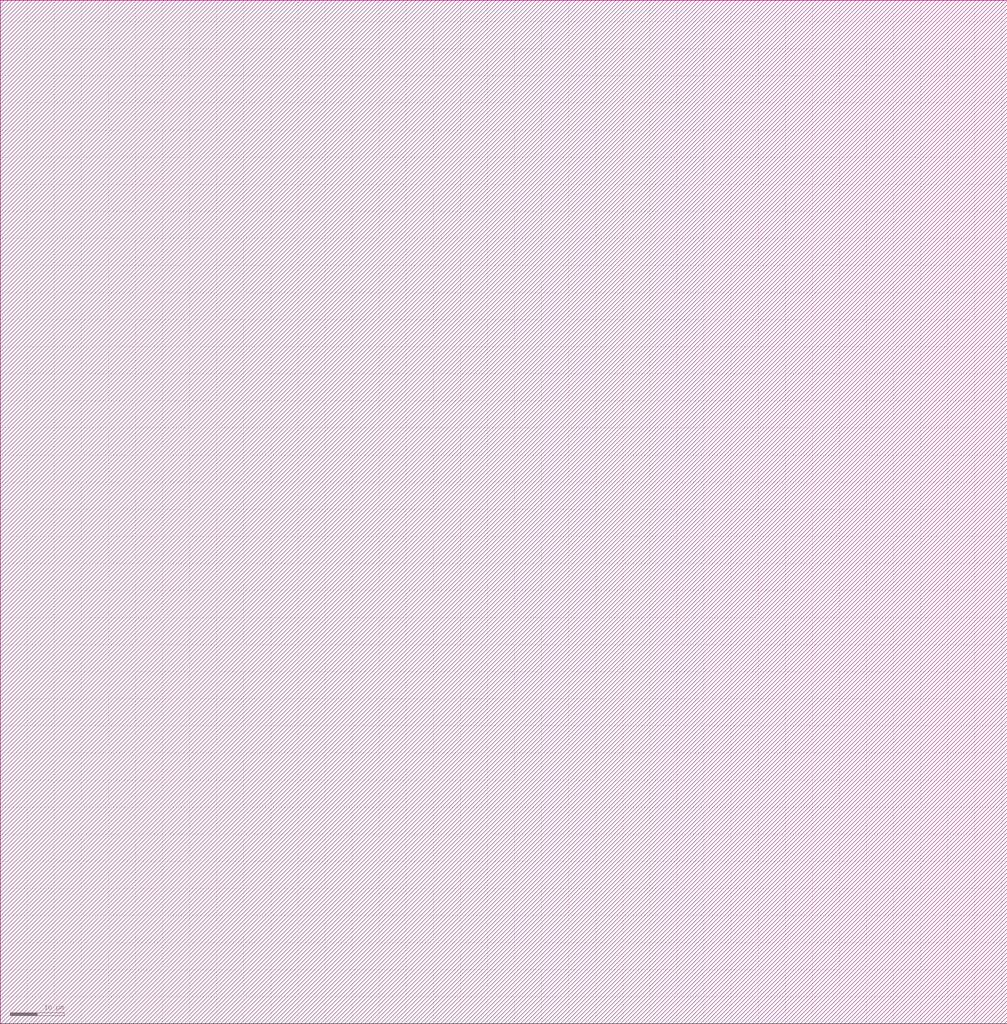
<source format=lef>
VERSION 5.6 ;

BUSBITCHARS "[]" ;

DIVIDERCHAR "/" ;

UNITS
    DATABASE MICRONS 1000 ;
END UNITS

MANUFACTURINGGRID 0.005000 ; 

CLEARANCEMEASURE EUCLIDEAN ; 

USEMINSPACING OBS ON ; 

SITE CoreSite
    CLASS CORE ;
    SIZE 0.600000 BY 0.300000 ;
END CoreSite

LAYER li
   TYPE ROUTING ;
   DIRECTION VERTICAL ;
   MINWIDTH 0.300000 ;
   AREA 0.056250 ;
   WIDTH 0.300000 ;
   SPACINGTABLE
      PARALLELRUNLENGTH 0.0
      WIDTH 0.0 0.225000 ;
   PITCH 0.600000 0.600000 ;
END li

LAYER mcon
    TYPE CUT ;
    SPACING 0.225000 ;
    WIDTH 0.300000 ;
    ENCLOSURE ABOVE 0.075000 0.075000 ;
    ENCLOSURE BELOW 0.000000 0.000000 ;
END mcon

LAYER met1
   TYPE ROUTING ;
   DIRECTION HORIZONTAL ;
   MINWIDTH 0.150000 ;
   AREA 0.084375 ;
   WIDTH 0.150000 ;
   SPACINGTABLE
      PARALLELRUNLENGTH 0.0
      WIDTH 0.0 0.150000 ;
   PITCH 0.300000 0.300000 ;
END met1

LAYER v1
    TYPE CUT ;
    SPACING 0.075000 ;
    WIDTH 0.300000 ;
    ENCLOSURE ABOVE 0.075000 0.075000 ;
    ENCLOSURE BELOW 0.075000 0.075000 ;
END v1

LAYER met2
   TYPE ROUTING ;
   DIRECTION VERTICAL ;
   MINWIDTH 0.150000 ;
   AREA 0.073125 ;
   WIDTH 0.150000 ;
   SPACINGTABLE
      PARALLELRUNLENGTH 0.0
      WIDTH 0.0 0.150000 ;
   PITCH 0.300000 0.300000 ;
END met2

LAYER v2
    TYPE CUT ;
    SPACING 0.150000 ;
    WIDTH 0.300000 ;
    ENCLOSURE ABOVE 0.075000 0.075000 ;
    ENCLOSURE BELOW 0.075000 0.000000 ;
END v2

LAYER met3
   TYPE ROUTING ;
   DIRECTION HORIZONTAL ;
   MINWIDTH 0.300000 ;
   AREA 0.241875 ;
   WIDTH 0.300000 ;
   SPACINGTABLE
      PARALLELRUNLENGTH 0.0
      WIDTH 0.0 0.300000 ;
   PITCH 0.600000 0.600000 ;
END met3

LAYER v3
    TYPE CUT ;
    SPACING 0.150000 ;
    WIDTH 0.450000 ;
    ENCLOSURE ABOVE 0.075000 0.075000 ;
    ENCLOSURE BELOW 0.075000 0.000000 ;
END v3

LAYER met4
   TYPE ROUTING ;
   DIRECTION VERTICAL ;
   MINWIDTH 0.300000 ;
   AREA 0.241875 ;
   WIDTH 0.300000 ;
   SPACINGTABLE
      PARALLELRUNLENGTH 0.0
      WIDTH 0.0 0.300000 ;
   PITCH 0.600000 0.600000 ;
END met4

LAYER v4
    TYPE CUT ;
    SPACING 0.450000 ;
    WIDTH 1.200000 ;
    ENCLOSURE ABOVE 0.150000 0.150000 ;
    ENCLOSURE BELOW 0.000000 0.000000 ;
END v4

LAYER met5
   TYPE ROUTING ;
   DIRECTION HORIZONTAL ;
   MINWIDTH 1.650000 ;
   AREA 4.005000 ;
   WIDTH 1.650000 ;
   SPACINGTABLE
      PARALLELRUNLENGTH 0.0
      WIDTH 0.0 1.650000 ;
   PITCH 3.300000 3.300000 ;
END met5

LAYER OVERLAP
   TYPE OVERLAP ;
END OVERLAP

VIA mcon_C DEFAULT
   LAYER li ;
     RECT -0.150000 -0.150000 0.150000 0.150000 ;
   LAYER mcon ;
     RECT -0.150000 -0.150000 0.150000 0.150000 ;
   LAYER met1 ;
     RECT -0.225000 -0.225000 0.225000 0.225000 ;
END mcon_C

VIA v1_C DEFAULT
   LAYER met1 ;
     RECT -0.225000 -0.225000 0.225000 0.225000 ;
   LAYER v1 ;
     RECT -0.150000 -0.150000 0.150000 0.150000 ;
   LAYER met2 ;
     RECT -0.225000 -0.225000 0.225000 0.225000 ;
END v1_C

VIA v2_C DEFAULT
   LAYER met2 ;
     RECT -0.150000 -0.225000 0.150000 0.225000 ;
   LAYER v2 ;
     RECT -0.150000 -0.150000 0.150000 0.150000 ;
   LAYER met3 ;
     RECT -0.225000 -0.225000 0.225000 0.225000 ;
END v2_C

VIA v2_Ch
   LAYER met2 ;
     RECT -0.225000 -0.150000 0.225000 0.150000 ;
   LAYER v2 ;
     RECT -0.150000 -0.150000 0.150000 0.150000 ;
   LAYER met3 ;
     RECT -0.225000 -0.225000 0.225000 0.225000 ;
END v2_Ch

VIA v2_Cv
   LAYER met2 ;
     RECT -0.150000 -0.225000 0.150000 0.225000 ;
   LAYER v2 ;
     RECT -0.150000 -0.150000 0.150000 0.150000 ;
   LAYER met3 ;
     RECT -0.225000 -0.225000 0.225000 0.225000 ;
END v2_Cv

VIA v3_C DEFAULT
   LAYER met3 ;
     RECT -0.300000 -0.225000 0.300000 0.225000 ;
   LAYER v3 ;
     RECT -0.225000 -0.225000 0.225000 0.225000 ;
   LAYER met4 ;
     RECT -0.300000 -0.300000 0.300000 0.300000 ;
END v3_C

VIA v3_Ch
   LAYER met3 ;
     RECT -0.300000 -0.225000 0.300000 0.225000 ;
   LAYER v3 ;
     RECT -0.225000 -0.225000 0.225000 0.225000 ;
   LAYER met4 ;
     RECT -0.300000 -0.300000 0.300000 0.300000 ;
END v3_Ch

VIA v3_Cv
   LAYER met3 ;
     RECT -0.300000 -0.225000 0.300000 0.225000 ;
   LAYER v3 ;
     RECT -0.225000 -0.225000 0.225000 0.225000 ;
   LAYER met4 ;
     RECT -0.300000 -0.300000 0.300000 0.300000 ;
END v3_Cv

VIA v4_C DEFAULT
   LAYER met4 ;
     RECT -0.600000 -0.600000 0.600000 0.600000 ;
   LAYER v4 ;
     RECT -0.600000 -0.600000 0.600000 0.600000 ;
   LAYER met5 ;
     RECT -0.750000 -0.750000 0.750000 0.750000 ;
END v4_C

MACRO _0_0std_0_0cells_0_0OR2X1
    CLASS CORE ;
    FOREIGN _0_0std_0_0cells_0_0OR2X1 0.000000 0.000000 ;
    ORIGIN 0.000000 0.000000 ;
    SIZE 4.200000 BY 3.900000 ;
    SYMMETRY X Y ;
    SITE CoreSite ;
    PIN A
        DIRECTION INPUT ;
        USE SIGNAL ;
        PORT
        LAYER li ;
        RECT 1.500000 2.850000 1.575000 3.075000 ;
        RECT 1.575000 2.850000 1.800000 3.075000 ;
        RECT 1.800000 3.000000 2.400000 3.075000 ;
        RECT 1.800000 2.850000 2.325000 3.000000 ;
        RECT 2.100000 3.075000 2.400000 3.300000 ;
        END
        ANTENNAGATEAREA 0.236250 ;
    END A
    PIN B
        DIRECTION INPUT ;
        USE SIGNAL ;
        PORT
        LAYER li ;
        RECT 0.300000 3.300000 0.600000 3.600000 ;
        RECT 0.375000 3.075000 0.600000 3.300000 ;
        RECT 0.375000 2.850000 0.825000 3.075000 ;
        RECT 0.825000 2.850000 1.050000 3.075000 ;
        RECT 1.050000 2.850000 1.125000 3.075000 ;
        END
        ANTENNAGATEAREA 0.236250 ;
    END B
    PIN Y
        DIRECTION OUTPUT ;
        USE SIGNAL ;
        PORT
        LAYER li ;
        RECT 2.250000 0.525000 2.475000 0.600000 ;
        RECT 2.250000 1.800000 3.600000 2.025000 ;
        RECT 2.250000 1.725000 2.475000 1.800000 ;
        RECT 2.250000 1.500000 2.475000 1.725000 ;
        RECT 2.250000 0.825000 2.475000 1.500000 ;
        RECT 2.250000 0.600000 2.475000 0.825000 ;
        RECT 3.300000 2.025000 3.600000 2.100000 ;
        END
        ANTENNADIFFAREA 0.393750 ;
    END Y
    PIN Vdd
        DIRECTION INPUT ;
        USE POWER ;
        PORT
        LAYER li ;
        RECT 1.725000 1.950000 1.950000 2.025000 ;
        RECT 1.725000 1.725000 1.950000 1.950000 ;
        RECT 1.725000 1.650000 1.950000 1.725000 ;
        LAYER mcon ;
        RECT 1.725000 1.725000 1.950000 1.950000 ;
        LAYER met1 ;
        RECT 1.650000 1.950000 2.025000 2.025000 ;
        RECT 1.650000 1.725000 1.725000 1.950000 ;
        RECT 1.650000 1.650000 2.025000 1.725000 ;
        RECT 1.725000 1.725000 1.950000 1.950000 ;
        RECT 1.950000 1.725000 2.025000 1.950000 ;
        END
        ANTENNADIFFAREA 0.382500 ;
    END Vdd
    PIN GND
        DIRECTION INPUT ;
        USE GROUND ;
        PORT
        LAYER li ;
        RECT 0.600000 0.525000 0.675000 0.750000 ;
        RECT 0.600000 0.300000 0.975000 0.525000 ;
        RECT 0.675000 0.525000 0.900000 0.750000 ;
        RECT 0.900000 0.525000 0.975000 0.750000 ;
        RECT 1.725000 0.450000 1.950000 0.525000 ;
        RECT 1.725000 0.525000 1.950000 0.750000 ;
        RECT 1.725000 0.750000 1.950000 0.825000 ;
        LAYER mcon ;
        RECT 0.675000 0.525000 0.900000 0.750000 ;
        RECT 1.725000 0.525000 1.950000 0.750000 ;
        LAYER met1 ;
        RECT 0.600000 0.750000 2.025000 0.825000 ;
        RECT 0.600000 0.525000 0.675000 0.750000 ;
        RECT 0.600000 0.450000 2.025000 0.525000 ;
        RECT 0.675000 0.525000 0.900000 0.750000 ;
        RECT 0.900000 0.525000 1.725000 0.750000 ;
        RECT 1.725000 0.525000 1.950000 0.750000 ;
        RECT 1.950000 0.525000 2.025000 0.750000 ;
        END
        ANTENNADIFFAREA 0.337500 ;
    END GND
    OBS
        LAYER li ;
        RECT 0.675000 1.725000 0.900000 1.800000 ;
        RECT 0.675000 1.500000 0.900000 1.725000 ;
        RECT 0.675000 1.275000 0.900000 1.500000 ;
        RECT 0.675000 1.050000 0.900000 1.275000 ;
        RECT 0.675000 0.975000 0.900000 1.050000 ;
        RECT 1.200000 1.275000 1.425000 1.350000 ;
        RECT 1.200000 1.050000 1.425000 1.275000 ;
        RECT 1.200000 0.825000 1.425000 1.050000 ;
        RECT 1.200000 0.600000 1.425000 0.825000 ;
        RECT 1.200000 0.525000 1.425000 0.600000 ;
        RECT 2.775000 1.125000 3.000000 1.200000 ;
        RECT 2.775000 0.900000 3.000000 1.125000 ;
        RECT 2.775000 0.825000 3.000000 0.900000 ;
        LAYER met1 ;
        RECT 0.600000 1.275000 0.975000 1.350000 ;
        RECT 0.600000 1.050000 0.675000 1.275000 ;
        RECT 0.600000 0.975000 0.975000 1.050000 ;
        RECT 0.675000 1.050000 0.900000 1.275000 ;
        RECT 1.125000 1.275000 1.500000 1.350000 ;
        RECT 0.900000 1.125000 1.200000 1.275000 ;
        RECT 0.900000 1.050000 0.975000 1.125000 ;
        RECT 1.125000 0.975000 1.500000 1.050000 ;
        RECT 2.700000 0.900000 2.775000 1.050000 ;
        RECT 2.700000 0.825000 3.075000 0.900000 ;
        RECT 2.775000 0.900000 3.000000 1.125000 ;
        RECT 1.125000 1.050000 1.200000 1.125000 ;
        RECT 3.000000 0.900000 3.075000 1.125000 ;
        RECT 1.200000 1.050000 1.425000 1.275000 ;
        RECT 1.425000 1.200000 1.500000 1.275000 ;
        RECT 1.425000 1.125000 3.075000 1.200000 ;
        RECT 1.425000 1.050000 2.775000 1.125000 ;
    END
END _0_0std_0_0cells_0_0OR2X1

MACRO welltap_svt
    CLASS CORE WELLTAP ;
    FOREIGN welltap_svt 0.000000 0.000000 ;
    ORIGIN 0.000000 0.000000 ;
    SIZE 1.200000 BY 2.100000 ;
    SYMMETRY X Y ;
    SITE CoreSite ;
    PIN Vdd
        DIRECTION INPUT ;
        USE POWER ;
        PORT
        LAYER li ;
        RECT 0.525000 1.725000 0.900000 1.800000 ;
        RECT 0.525000 1.500000 0.600000 1.725000 ;
        RECT 0.525000 1.425000 0.900000 1.500000 ;
        RECT 0.600000 1.500000 0.825000 1.725000 ;
        RECT 0.825000 1.500000 0.900000 1.725000 ;
        LAYER mcon ;
        RECT 0.600000 1.500000 0.825000 1.725000 ;
        LAYER met1 ;
        RECT 0.525000 1.725000 0.900000 1.800000 ;
        RECT 0.525000 1.500000 0.600000 1.725000 ;
        RECT 0.525000 1.425000 0.900000 1.500000 ;
        RECT 0.600000 1.500000 0.825000 1.725000 ;
        RECT 0.825000 1.500000 0.900000 1.725000 ;
        END
    END Vdd
    PIN GND
        DIRECTION INPUT ;
        USE GROUND ;
        PORT
        LAYER li ;
        RECT 0.525000 0.525000 0.900000 0.600000 ;
        RECT 0.525000 0.300000 0.600000 0.525000 ;
        RECT 0.525000 0.225000 0.900000 0.300000 ;
        RECT 0.600000 0.300000 0.825000 0.525000 ;
        RECT 0.825000 0.300000 0.900000 0.525000 ;
        LAYER mcon ;
        RECT 0.600000 0.300000 0.825000 0.525000 ;
        LAYER met1 ;
        RECT 0.525000 0.525000 0.900000 0.600000 ;
        RECT 0.525000 0.300000 0.600000 0.525000 ;
        RECT 0.525000 0.225000 0.900000 0.300000 ;
        RECT 0.600000 0.300000 0.825000 0.525000 ;
        RECT 0.825000 0.300000 0.900000 0.525000 ;
        END
    END GND
END welltap_svt

MACRO circuitppnp
   CLASS CORE ;
   FOREIGN circuitppnp 0.000000 0.000000 ;
   ORIGIN 0.000000 0.000000 ; 
   SIZE 186.000000 BY 189.000000 ; 
   SYMMETRY X Y ;
   SITE CoreSite ;
END circuitppnp

MACRO circuitwell
   CLASS CORE ;
   FOREIGN circuitwell 0.000000 0.000000 ;
   ORIGIN 0.000000 0.000000 ; 
   SIZE 186.000000 BY 189.000000 ; 
   SYMMETRY X Y ;
   SITE CoreSite ;
END circuitwell


</source>
